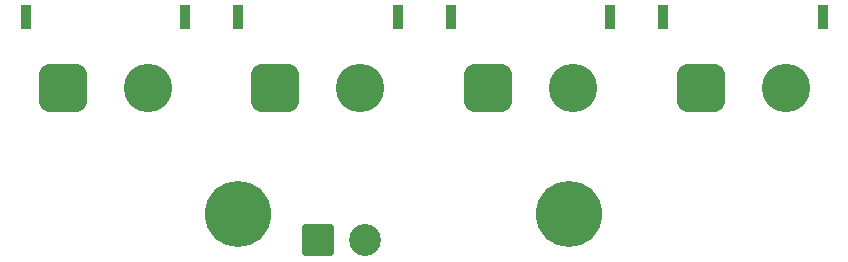
<source format=gbr>
%TF.GenerationSoftware,KiCad,Pcbnew,9.0.3*%
%TF.CreationDate,2025-08-09T18:03:13+09:00*%
%TF.ProjectId,power_circuit_2,706f7765-725f-4636-9972-637569745f32,rev?*%
%TF.SameCoordinates,Original*%
%TF.FileFunction,Soldermask,Bot*%
%TF.FilePolarity,Negative*%
%FSLAX46Y46*%
G04 Gerber Fmt 4.6, Leading zero omitted, Abs format (unit mm)*
G04 Created by KiCad (PCBNEW 9.0.3) date 2025-08-09 18:03:13*
%MOMM*%
%LPD*%
G01*
G04 APERTURE LIST*
G04 Aperture macros list*
%AMRoundRect*
0 Rectangle with rounded corners*
0 $1 Rounding radius*
0 $2 $3 $4 $5 $6 $7 $8 $9 X,Y pos of 4 corners*
0 Add a 4 corners polygon primitive as box body*
4,1,4,$2,$3,$4,$5,$6,$7,$8,$9,$2,$3,0*
0 Add four circle primitives for the rounded corners*
1,1,$1+$1,$2,$3*
1,1,$1+$1,$4,$5*
1,1,$1+$1,$6,$7*
1,1,$1+$1,$8,$9*
0 Add four rect primitives between the rounded corners*
20,1,$1+$1,$2,$3,$4,$5,0*
20,1,$1+$1,$4,$5,$6,$7,0*
20,1,$1+$1,$6,$7,$8,$9,0*
20,1,$1+$1,$8,$9,$2,$3,0*%
G04 Aperture macros list end*
%ADD10C,5.600000*%
%ADD11RoundRect,0.250001X-1.099999X-1.099999X1.099999X-1.099999X1.099999X1.099999X-1.099999X1.099999X0*%
%ADD12C,2.700000*%
%ADD13R,0.900000X2.000000*%
%ADD14RoundRect,1.025000X1.025000X1.025000X-1.025000X1.025000X-1.025000X-1.025000X1.025000X-1.025000X0*%
%ADD15C,4.100000*%
G04 APERTURE END LIST*
D10*
%TO.C,+1*%
X114250000Y-136250000D03*
%TD*%
%TO.C,-1*%
X142250000Y-136250000D03*
%TD*%
D11*
%TO.C,J5*%
X121020000Y-138475000D03*
D12*
X124980000Y-138475000D03*
%TD*%
D13*
%TO.C,J4*%
X163750000Y-119650000D03*
X150250000Y-119650000D03*
D14*
X153400000Y-125650000D03*
D15*
X160600000Y-125650000D03*
%TD*%
D13*
%TO.C,J3*%
X145750000Y-119650000D03*
X132250000Y-119650000D03*
D14*
X135400000Y-125650000D03*
D15*
X142600000Y-125650000D03*
%TD*%
D13*
%TO.C,J1*%
X109750000Y-119650000D03*
X96250000Y-119650000D03*
D14*
X99400000Y-125650000D03*
D15*
X106600000Y-125650000D03*
%TD*%
D13*
%TO.C,J2*%
X127750000Y-119650000D03*
X114250000Y-119650000D03*
D14*
X117400000Y-125650000D03*
D15*
X124600000Y-125650000D03*
%TD*%
M02*

</source>
